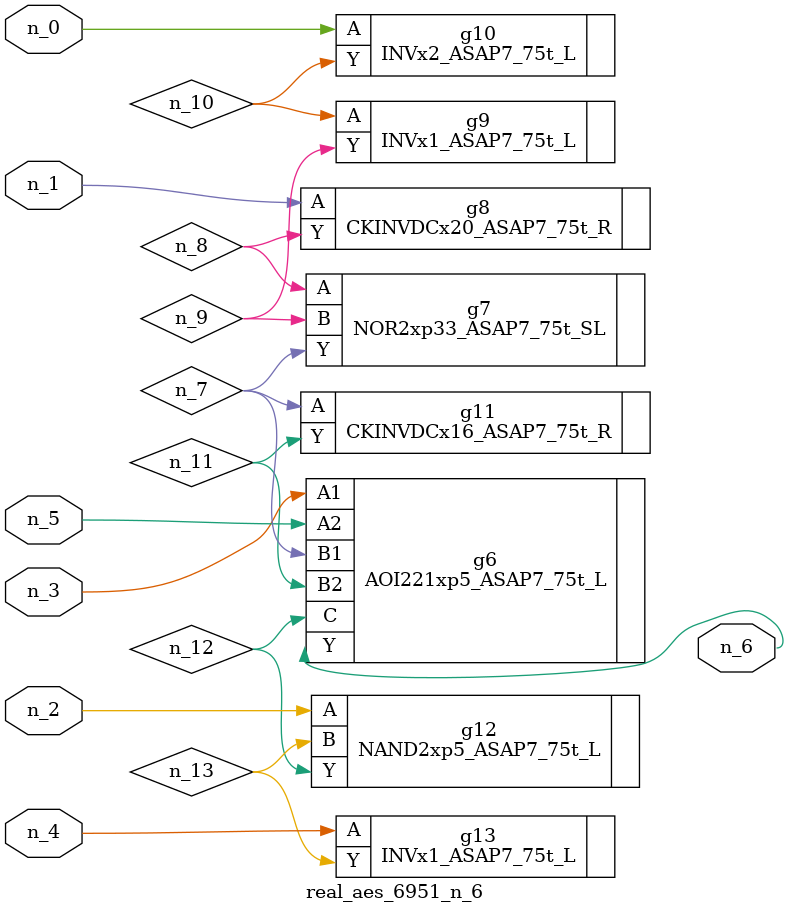
<source format=v>
module real_aes_6951_n_6 (n_4, n_0, n_3, n_5, n_2, n_1, n_6);
input n_4;
input n_0;
input n_3;
input n_5;
input n_2;
input n_1;
output n_6;
wire n_13;
wire n_7;
wire n_8;
wire n_12;
wire n_9;
wire n_10;
wire n_11;
INVx2_ASAP7_75t_L g10 ( .A(n_0), .Y(n_10) );
CKINVDCx20_ASAP7_75t_R g8 ( .A(n_1), .Y(n_8) );
NAND2xp5_ASAP7_75t_L g12 ( .A(n_2), .B(n_13), .Y(n_12) );
AOI221xp5_ASAP7_75t_L g6 ( .A1(n_3), .A2(n_5), .B1(n_7), .B2(n_11), .C(n_12), .Y(n_6) );
INVx1_ASAP7_75t_L g13 ( .A(n_4), .Y(n_13) );
CKINVDCx16_ASAP7_75t_R g11 ( .A(n_7), .Y(n_11) );
NOR2xp33_ASAP7_75t_SL g7 ( .A(n_8), .B(n_9), .Y(n_7) );
INVx1_ASAP7_75t_L g9 ( .A(n_10), .Y(n_9) );
endmodule
</source>
